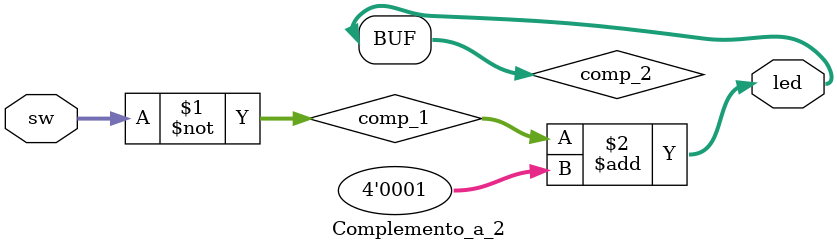
<source format=v>
`timescale 1ns / 1ps

module Complemento_a_2(
    input [3:0] sw,
    output [3:0] led
);
    
wire [3:0] comp_1;
wire [3:0] comp_2;
    
assign comp_1 = ~sw;
assign comp_2 = comp_1 + 4'b0001;
assign led = comp_2;

endmodule

</source>
